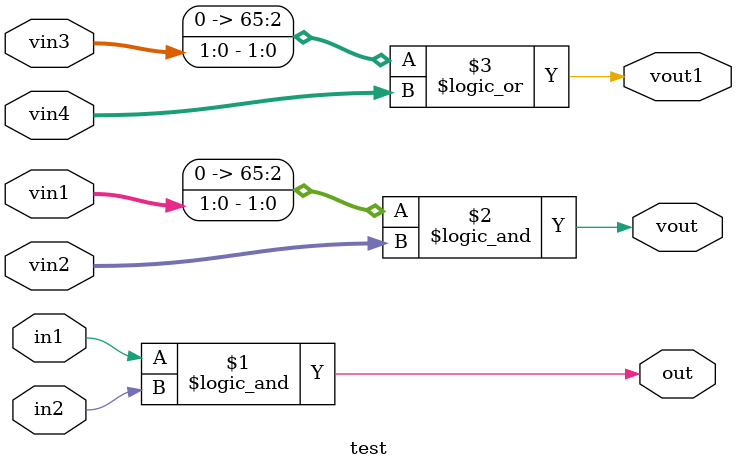
<source format=v>
module test(in1, in2, vin1, vin2, out, vout, vin3, vin4, vout1);

input wire in1;
input wire in2;
input wire [1:0]vin1;
input wire [3:0]vin2;
output wire out;
output wire vout;
input wire [1:0]vin3;
input wire [3:0]vin4;
output wire vout1;
assign out = (in1&&in2);
assign vout = ({0, 0, vin1[1:0]}&&vin2[3:0]);
assign vout1 = ({0, 0, vin3[1:0]}||vin4[3:0]);
endmodule

</source>
